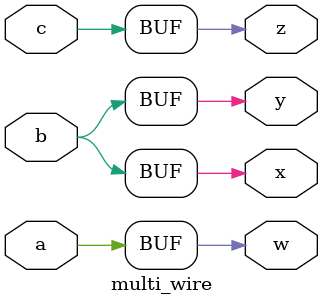
<source format=v>
`resetall
`timescale 1ns / 1ps
`default_nettype none

module multi_wire ( 
    input  wire a,
    input  wire b,
    input  wire c,

    output wire w,
    output wire x,
    output wire y,
    output wire z
);
    
    assign {w, x, y, z} = {a, b, b, c};

endmodule
</source>
